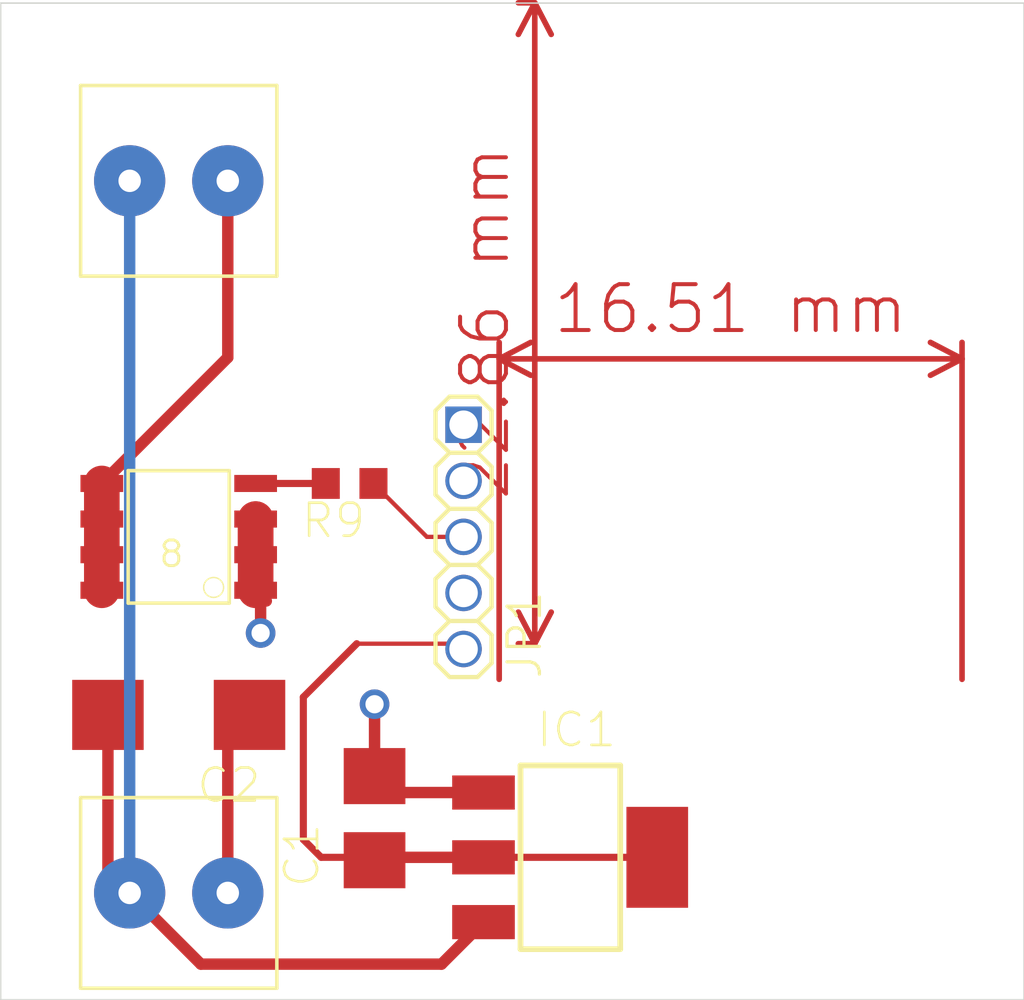
<source format=kicad_pcb>
(kicad_pcb (version 20240108) (generator "pcbnew") (generator_version "8.0")
  (layers (0 "F.Cu" signal) (31 "B.Cu" signal) (34 "B.Paste" user) (35 "F.Paste" user) (36 "B.SilkS" user "B.Silkscreen") (37 "F.SilkS" user "F.Silkscreen") (38 "B.Mask" user) (39 "F.Mask" user) (44 "Edge.Cuts" user))
  (net 0 "")
  (net 1 "GND")
  (net 2 "N$13")
  (net 3 "DW")
  (net 4 "VDD")
  (net 5 "+3V3")
  (net 6 "PWM")
  (net 7 "N$4")
  (net 8 "N$5")
  (footprint "TRADFRIICC-1dimmer:SO-8" (layer "F.Cu") (at 136.6011 106.2686 180)
    (property "Reference" "W0" (hide yes))
    (property "Value" "")
    (fp_line (start 1.8034 2.3622) (end 1.8034 -2.3622) (stroke (width 0.127)) (layer "F.SilkS"))
    (fp_line (start 1.8034 -2.3622) (end -1.8034 -2.3622) (stroke (width 0.127)) (layer "F.SilkS"))
    (fp_line (start -1.8034 2.3622) (end 1.8034 2.3622) (stroke (width 0.127)) (layer "F.SilkS"))
    (fp_line (start -1.8034 -2.3622) (end -1.8034 2.3622) (stroke (width 0.127)) (layer "F.SilkS"))
    (fp_circle (center -1.2446 -1.8034) (end -0.889 -1.8034) (stroke (width 0.0508)) (fill none) (layer "F.SilkS"))
    (fp_text user "8" (at 0.762 -1.143 180) (layer "F.SilkS") (effects (font (size 0.9144 0.9144) (thickness 0.1016)) (justify left bottom)))
    (pad "1" smd rect (at -2.7432 -1.905 180) (size 1.524 0.6096) (layers "F.Cu" "F.Paste" "F.Mask") (net 1 "GND"))
    (pad "2" smd rect (at -2.7432 -0.635 180) (size 1.524 0.6096) (layers "F.Cu" "F.Paste" "F.Mask") (net 1 "GND"))
    (pad "3" smd rect (at -2.7432 0.635 180) (size 1.524 0.6096) (layers "F.Cu" "F.Paste" "F.Mask") (net 1 "GND"))
    (pad "4" smd rect (at -2.7432 1.905 180) (size 1.524 0.6096) (layers "F.Cu" "F.Paste" "F.Mask") (net 2 "N$13"))
    (pad "5" smd rect (at 2.7432 1.905 180) (size 1.524 0.6096) (layers "F.Cu" "F.Paste" "F.Mask") (net 3 "DW"))
    (pad "6" smd rect (at 2.7432 0.635 180) (size 1.524 0.6096) (layers "F.Cu" "F.Paste" "F.Mask") (net 3 "DW"))
    (pad "7" smd rect (at 2.7432 -0.635 180) (size 1.524 0.6096) (layers "F.Cu" "F.Paste" "F.Mask") (net 3 "DW"))
    (pad "8" smd rect (at 2.7432 -1.905 180) (size 1.524 0.6096) (layers "F.Cu" "F.Paste" "F.Mask") (net 3 "DW"))
  )
  (footprint "" (layer "F.Cu") (at 164.5411 89.7586)
    (property "Reference" "@HOLE3" (hide yes))
    (property "Value" "")
    (pad "" np_thru_hole circle (at 0 0) (size 1 1) (drill 1) (layers "*.Cu" "*.Mask"))
  )
  (footprint "TRADFRIICC-1dimmer:KF350-2P" (layer "F.Cu") (at 136.6011 93.5686 180)
    (property "Reference" "PWR_IN1" (hide yes))
    (property "Value" "KF350-P2" (hide yes))
    (fp_line (start 3.5 -3.4) (end 3.5 3.4) (stroke (width 0.127)) (layer "F.SilkS"))
    (fp_line (start -3.5 3.4) (end 3.5 3.4) (stroke (width 0.127)) (layer "F.SilkS"))
    (fp_line (start -3.5 3.4) (end -3.5 -3.4) (stroke (width 0.127)) (layer "F.SilkS"))
    (fp_line (start -3.5 -3.4) (end 3.5 -3.4) (stroke (width 0.127)) (layer "F.SilkS"))
    (pad "1" thru_hole circle (at -1.75 0 180) (size 2.54 2.54) (drill 0.8) (layers "*.Cu" "*.Mask") (net 3 "DW"))
    (pad "2" thru_hole circle (at 1.75 0 180) (size 2.54 2.54) (drill 0.8) (layers "*.Cu" "*.Mask") (net 4 "VDD"))
  )
  (footprint "TRADFRIICC-1dimmer:R0603" (layer "F.Cu") (at 142.6971 104.3636 180)
    (property "Reference" "R9" (at -0.635 -0.635 0) (layer "F.SilkS") (effects (font (size 1.176528 1.176528) (thickness 0.093472)) (justify right top)))
    (property "Value" "10K" (hide yes))
    (pad "1" smd rect (at -0.85 0 180) (size 1 1.1) (layers "F.Cu" "F.Paste" "F.Mask") (net 6 "PWM"))
    (pad "2" smd rect (at 0.85 0 180) (size 1 1.1) (layers "F.Cu" "F.Paste" "F.Mask") (net 2 "N$13"))
  )
  (footprint "TRADFRIICC-1dimmer:KF350-2P" (layer "F.Cu") (at 136.6011 118.9686 180)
    (property "Reference" "PWR_IN0" (hide yes))
    (property "Value" "KF350-P2" (hide yes))
    (fp_line (start 3.5 -3.4) (end 3.5 3.4) (stroke (width 0.127)) (layer "F.SilkS"))
    (fp_line (start -3.5 3.4) (end 3.5 3.4) (stroke (width 0.127)) (layer "F.SilkS"))
    (fp_line (start -3.5 3.4) (end -3.5 -3.4) (stroke (width 0.127)) (layer "F.SilkS"))
    (fp_line (start -3.5 -3.4) (end 3.5 -3.4) (stroke (width 0.127)) (layer "F.SilkS"))
    (pad "1" thru_hole circle (at -1.75 0 180) (size 2.54 2.54) (drill 0.8) (layers "*.Cu" "*.Mask") (net 1 "GND"))
    (pad "2" thru_hole circle (at 1.75 0 180) (size 2.54 2.54) (drill 0.8) (layers "*.Cu" "*.Mask") (net 4 "VDD"))
  )
  (footprint "" (layer "F.Cu") (at 131.5211 121.5086)
    (property "Reference" "@HOLE1" (hide yes))
    (property "Value" "")
    (pad "" np_thru_hole circle (at 0 0) (size 1 1) (drill 1) (layers "*.Cu" "*.Mask"))
  )
  (footprint "TRADFRIICC-1dimmer:C_6032-28R_334" (layer "F.Cu") (at 136.6011 112.6186 180)
    (property "Reference" "C2" (at -3 -1.825 0) (layer "F.SilkS") (effects (font (size 1.176528 1.176528) (thickness 0.093472)) (justify right top)))
    (property "Value" "10u" (hide yes))
    (pad "+" smd rect (at 2.525 0 180) (size 2.55 2.5) (layers "F.Cu" "F.Paste" "F.Mask") (net 4 "VDD"))
    (pad "-" smd rect (at -2.525 0 180) (size 2.55 2.5) (layers "F.Cu" "F.Paste" "F.Mask") (net 1 "GND"))
  )
  (footprint "TRADFRIICC-1dimmer:1_05X2MM_325" (layer "F.Cu") (at 146.7611 106.2686 -90)
    (property "Reference" "JP1" (at 1.85 -1.5 90) (layer "F.SilkS") (effects (font (size 1.1557 1.1557) (thickness 0.1143)) (justify right top)))
    (property "Value" "")
    (fp_line (start -4.5 1) (end -5 0.5) (stroke (width 0.1524)) (layer "F.SilkS"))
    (fp_line (start -3.5 1) (end -4.5 1) (stroke (width 0.1524)) (layer "F.SilkS"))
    (fp_line (start -2.5 1) (end -3 0.5) (stroke (width 0.1524)) (layer "F.SilkS"))
    (fp_line (start -1.5 1) (end -2.5 1) (stroke (width 0.1524)) (layer "F.SilkS"))
    (fp_line (start -0.5 1) (end -1 0.5) (stroke (width 0.1524)) (layer "F.SilkS"))
    (fp_line (start 0.5 1) (end -0.5 1) (stroke (width 0.1524)) (layer "F.SilkS"))
    (fp_line (start 1.5 1) (end 1 0.5) (stroke (width 0.1524)) (layer "F.SilkS"))
    (fp_line (start 2.5 1) (end 1.5 1) (stroke (width 0.1524)) (layer "F.SilkS"))
    (fp_line (start 3.5 1) (end 3 0.5) (stroke (width 0.1524)) (layer "F.SilkS"))
    (fp_line (start 4.5 1) (end 3.5 1) (stroke (width 0.1524)) (layer "F.SilkS"))
    (fp_line (start -3 0.5) (end -3.5 1) (stroke (width 0.1524)) (layer "F.SilkS"))
    (fp_line (start -1 0.5) (end -1.5 1) (stroke (width 0.1524)) (layer "F.SilkS"))
    (fp_line (start 1 0.5) (end 0.5 1) (stroke (width 0.1524)) (layer "F.SilkS"))
    (fp_line (start 3 0.5) (end 2.5 1) (stroke (width 0.1524)) (layer "F.SilkS"))
    (fp_line (start 5 0.5) (end 4.5 1) (stroke (width 0.1524)) (layer "F.SilkS"))
    (fp_line (start -5 -0.5) (end -5 0.5) (stroke (width 0.1524)) (layer "F.SilkS"))
    (fp_line (start -5 -0.5) (end -4.5 -1) (stroke (width 0.1524)) (layer "F.SilkS"))
    (fp_line (start -3 -0.5) (end -3 0.5) (stroke (width 0.1524)) (layer "F.SilkS"))
    (fp_line (start -3 -0.5) (end -2.5 -1) (stroke (width 0.1524)) (layer "F.SilkS"))
    (fp_line (start -1 -0.5) (end -1 0.5) (stroke (width 0.1524)) (layer "F.SilkS"))
    (fp_line (start -1 -0.5) (end -0.5 -1) (stroke (width 0.1524)) (layer "F.SilkS"))
    (fp_line (start 1 -0.5) (end 1 0.5) (stroke (width 0.1524)) (layer "F.SilkS"))
    (fp_line (start 1 -0.5) (end 1.5 -1) (stroke (width 0.1524)) (layer "F.SilkS"))
    (fp_line (start 3 -0.5) (end 3 0.5) (stroke (width 0.1524)) (layer "F.SilkS"))
    (fp_line (start 3 -0.5) (end 3.5 -1) (stroke (width 0.1524)) (layer "F.SilkS"))
    (fp_line (start 5 -0.5) (end 5 0.5) (stroke (width 0.1524)) (layer "F.SilkS"))
    (fp_line (start -4.5 -1) (end -3.5 -1) (stroke (width 0.1524)) (layer "F.SilkS"))
    (fp_line (start -3.5 -1) (end -3 -0.5) (stroke (width 0.1524)) (layer "F.SilkS"))
    (fp_line (start -2.5 -1) (end -1.5 -1) (stroke (width 0.1524)) (layer "F.SilkS"))
    (fp_line (start -1.5 -1) (end -1 -0.5) (stroke (width 0.1524)) (layer "F.SilkS"))
    (fp_line (start -0.5 -1) (end 0.5 -1) (stroke (width 0.1524)) (layer "F.SilkS"))
    (fp_line (start 0.5 -1) (end 1 -0.5) (stroke (width 0.1524)) (layer "F.SilkS"))
    (fp_line (start 1.5 -1) (end 2.5 -1) (stroke (width 0.1524)) (layer "F.SilkS"))
    (fp_line (start 2.5 -1) (end 3 -0.5) (stroke (width 0.1524)) (layer "F.SilkS"))
    (fp_line (start 3.5 -1) (end 4.5 -1) (stroke (width 0.1524)) (layer "F.SilkS"))
    (fp_line (start 4.5 -1) (end 5 -0.5) (stroke (width 0.1524)) (layer "F.SilkS"))
    (pad "1" thru_hole rect (at -4 0) (size 1.3 1.3) (drill 1.016) (layers "*.Cu" "*.Mask") (net 8 "N$5"))
    (pad "2" thru_hole circle (at -2 0) (size 1.3 1.3) (drill 1.016) (layers "*.Cu" "*.Mask") (net 7 "N$4"))
    (pad "3" thru_hole circle (at 0 0) (size 1.3 1.3) (drill 1.016) (layers "*.Cu" "*.Mask") (net 6 "PWM"))
    (pad "4" thru_hole circle (at 2 0) (size 1.3 1.3) (drill 1.016) (layers "*.Cu" "*.Mask") (net 1 "GND"))
    (pad "5" thru_hole circle (at 4 0) (size 1.3 1.3) (drill 1.016) (layers "*.Cu" "*.Mask") (net 5 "+3V3"))
  )
  (footprint "" (layer "F.Cu") (at 131.5211 88.4886)
    (property "Reference" "@HOLE0" (hide yes))
    (property "Value" "")
    (pad "" np_thru_hole circle (at 0 0) (size 1 1) (drill 1) (layers "*.Cu" "*.Mask"))
  )
  (footprint "TRADFRIICC-1dimmer:CT3528_334" (layer "F.Cu") (at 143.5861 116.3016 90)
    (property "Reference" "C1" (at -2.54 -1.905 90) (layer "F.SilkS") (effects (font (size 1.176528 1.176528) (thickness 0.093472)) (justify left bottom)))
    (property "Value" "100u" (hide yes))
    (pad "+" smd rect (at -1.5 0 90) (size 2 2.2) (layers "F.Cu" "F.Paste" "F.Mask") (net 5 "+3V3"))
    (pad "-" smd rect (at 1.5 0 90) (size 2 2.2) (layers "F.Cu" "F.Paste" "F.Mask") (net 1 "GND"))
  )
  (footprint "" (layer "F.Cu") (at 164.5411 120.2386)
    (property "Reference" "@HOLE2" (hide yes))
    (property "Value" "")
    (pad "" np_thru_hole circle (at 0 0) (size 1 1) (drill 1) (layers "*.Cu" "*.Mask"))
  )
  (footprint "TRADFRIICC-1dimmer:SOT223" (layer "F.Cu") (at 150.5711 117.6986 -90)
    (property "Reference" "IC1" (at -3.8608 1.27 0) (layer "F.SilkS") (effects (font (size 1.176528 1.176528) (thickness 0.093472)) (justify left bottom)))
    (property "Value" "LM1117MPX-3.3" (hide yes))
    (fp_line (start -3.277 1.778) (end -3.277 -1.778) (stroke (width 0.2032)) (layer "F.SilkS"))
    (fp_line (start 3.277 1.778) (end -3.277 1.778) (stroke (width 0.2032)) (layer "F.SilkS"))
    (fp_line (start -3.277 -1.778) (end 3.277 -1.778) (stroke (width 0.2032)) (layer "F.SilkS"))
    (fp_line (start 3.277 -1.778) (end 3.277 1.778) (stroke (width 0.2032)) (layer "F.SilkS"))
    (pad "1" smd rect (at -2.311 3.099 270) (size 1.219 2.235) (layers "F.Cu" "F.Paste" "F.Mask") (net 1 "GND"))
    (pad "2" smd rect (at 0 3.099 270) (size 1.219 2.235) (layers "F.Cu" "F.Paste" "F.Mask") (net 5 "+3V3"))
    (pad "3" smd rect (at 2.311 3.099 270) (size 1.219 2.235) (layers "F.Cu" "F.Paste" "F.Mask") (net 4 "VDD"))
    (pad "TAB" smd rect (at 0 -3.099 270) (size 3.6 2.2) (layers "F.Cu" "F.Paste" "F.Mask") (net 5 "+3V3"))
  )
  (gr_line (start 130.2511 87.2286) (end 130.2511 122.7786) (stroke (width 0.05)) (layer "Edge.Cuts"))
  (gr_line (start 130.2511 122.7786) (end 166.7511 122.7786) (stroke (width 0.05)) (layer "Edge.Cuts"))
  (gr_line (start 166.7511 122.7786) (end 166.7511 87.2286) (stroke (width 0.05)) (layer "Edge.Cuts"))
  (gr_line (start 166.7511 87.2286) (end 130.2511 87.2286) (stroke (width 0.05)) (layer "Edge.Cuts"))
  (dimension (type aligned) (layer "F.Cu") (pts (xy 148.0311 111.3486) (xy 164.5411 111.3486)) (height -11.43) (gr_text "16.51 mm" (at 156.2861 98.1406 0) (layer "F.Cu") (effects (font (size 1.63576 1.63576) (thickness 0.14224)))) (format (prefix "") (suffix "") (units 2) (units_format 1) (precision 2)) (style (thickness 0.2) (arrow_length 1.27) (text_position_mode 0) (extension_height 0.58642) (extension_offset 0) keep_text_aligned))
  (dimension (type aligned) (layer "F.Cu") (pts (xy 149.3011 110.0786) (xy 149.3011 87.2186)) (height 0) (gr_text "22.86 mm" (at 147.5231 98.6486 90) (layer "F.Cu") (effects (font (size 1.63576 1.63576) (thickness 0.14224)))) (format (prefix "") (suffix "") (units 2) (units_format 1) (precision 2)) (style (thickness 0.2) (arrow_length 1.27) (text_position_mode 0) (extension_height 0.58642) (extension_offset 0) keep_text_aligned))
  (segment (start 139.1411 112.6186) (end 138.3511 113.4086) (width 0.4064) (layer "F.Cu") (net 1))
  (segment (start 138.3511 118.9686) (end 138.3511 113.4086) (width 0.4064) (layer "F.Cu") (net 1))
  (segment (start 139.1261 112.6186) (end 139.7253 112.0194) (width 0.4064) (layer "F.Cu") (net 1))
  (segment (start 139.7253 108.5546) (end 139.3443 108.1736) (width 0.4064) (layer "F.Cu") (net 1))
  (segment (start 147.4721 115.3876) (end 144.1721 115.3876) (width 0.4064) (layer "F.Cu") (net 1))
  (segment (start 143.9911 114.3966) (end 143.5861 114.8016) (width 0.254) (layer "F.Cu") (net 1))
  (segment (start 139.3443 105.6336) (end 139.3443 108.1736) (width 1.27) (layer "F.Cu") (net 1))
  (segment (start 139.1261 112.6186) (end 139.1411 112.6186) (width 0.4064) (layer "F.Cu") (net 1))
  (segment (start 143.5861 112.2376) (end 143.5861 114.8016) (width 0.4064) (layer "F.Cu") (net 1))
  (segment (start 139.5221 108.3514) (end 139.3443 108.1736) (width 0.4064) (layer "F.Cu") (net 1))
  (segment (start 139.3443 106.9036) (end 139.3443 105.6336) (width 1.27) (layer "F.Cu") (net 1))
  (segment (start 139.5221 109.6976) (end 139.5221 108.3514) (width 0.4064) (layer "F.Cu") (net 1))
  (segment (start 143.5861 114.8016) (end 143.3441 115.0436) (width 0.4064) (layer "F.Cu") (net 1))
  (segment (start 143.3441 115.0436) (end 144.1061 115.0436) (width 0.4064) (layer "F.Cu") (net 1))
  (segment (start 144.1721 115.3876) (end 143.5861 114.8016) (width 0.4064) (layer "F.Cu") (net 1))
  (via (at 143.5861 112.2376) (size 1.0564) (drill 0.65) (layers "F.Cu" "B.Cu") (net 1))
  (via (at 139.5221 109.6976) (size 1.0564) (drill 0.65) (layers "F.Cu" "B.Cu") (net 1))
  (segment (start 141.8471 104.3636) (end 139.3443 104.3636) (width 0.254) (layer "F.Cu") (net 2))
  (segment (start 133.8579 105.6336) (end 133.8579 104.3636) (width 1.27) (layer "F.Cu") (net 3))
  (segment (start 138.3511 99.8704) (end 133.8579 104.3636) (width 0.4064) (layer "F.Cu") (net 3))
  (segment (start 138.3511 93.5686) (end 138.3511 99.8704) (width 0.4064) (layer "F.Cu") (net 3))
  (segment (start 133.8579 108.1736) (end 133.8579 106.9036) (width 1.27) (layer "F.Cu") (net 3))
  (segment (start 133.8579 105.6336) (end 133.8579 106.9036) (width 1.27) (layer "F.Cu") (net 3))
  (segment (start 134.0761 112.6186) (end 134.0761 118.1936) (width 0.4064) (layer "F.Cu") (net 4))
  (segment (start 147.4721 120.0096) (end 145.9731 121.5086) (width 0.4064) (layer "F.Cu") (net 4))
  (segment (start 134.0761 118.1936) (end 134.8511 118.9686) (width 0.4064) (layer "F.Cu") (net 4))
  (segment (start 145.9731 121.5086) (end 137.3911 121.5086) (width 0.4064) (layer "F.Cu") (net 4))
  (segment (start 134.8511 118.9686) (end 137.3911 121.5086) (width 0.4064) (layer "F.Cu") (net 4))
  (segment (start 134.8511 93.5686) (end 134.8511 118.9686) (width 0.4064) (layer "B.Cu") (net 4))
  (segment (start 141.6811 117.6986) (end 141.0461 117.0636) (width 0.254) (layer "F.Cu") (net 5))
  (segment (start 146.5711 110.0786) (end 146.7611 110.2686) (width 0.1524) (layer "F.Cu") (net 5))
  (segment (start 143.4831 117.6986) (end 141.6811 117.6986) (width 0.254) (layer "F.Cu") (net 5))
  (segment (start 143.6891 117.6986) (end 143.5861 117.8016) (width 0.254) (layer "F.Cu") (net 5))
  (segment (start 143.5861 117.8016) (end 143.4831 117.6986) (width 0.254) (layer "F.Cu") (net 5))
  (segment (start 141.0461 117.0636) (end 141.0461 111.9836) (width 0.254) (layer "F.Cu") (net 5))
  (segment (start 142.9511 110.0786) (end 146.5711 110.0786) (width 0.1524) (layer "F.Cu") (net 5))
  (segment (start 153.6701 117.6986) (end 147.4721 117.6986) (width 0.254) (layer "F.Cu") (net 5))
  (segment (start 147.4721 117.6986) (end 143.6891 117.6986) (width 0.4064) (layer "F.Cu") (net 5))
  (segment (start 141.0461 111.9836) (end 142.9511 110.0786) (width 0.254) (layer "F.Cu") (net 5))
  (segment (start 145.4521 106.2686) (end 146.7611 106.2686) (width 0.1524) (layer "F.Cu") (net 6))
  (segment (start 143.5471 104.3636) (end 145.4521 106.2686) (width 0.1524) (layer "F.Cu") (net 6))
)
</source>
